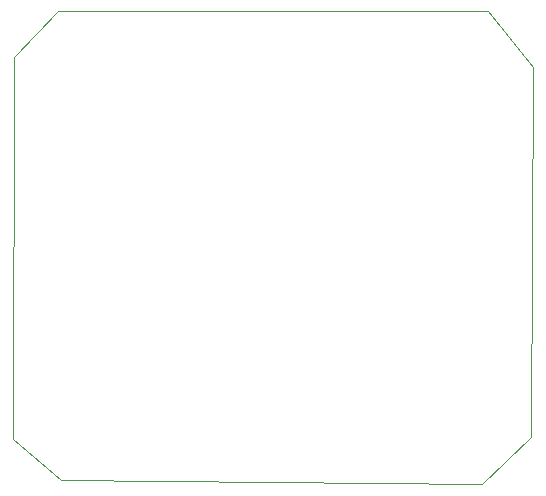
<source format=gbr>
%TF.GenerationSoftware,KiCad,Pcbnew,7.0.11*%
%TF.CreationDate,2024-12-27T12:08:24+01:00*%
%TF.ProjectId,Esp32 dev board,45737033-3220-4646-9576-20626f617264,rev?*%
%TF.SameCoordinates,Original*%
%TF.FileFunction,Profile,NP*%
%FSLAX46Y46*%
G04 Gerber Fmt 4.6, Leading zero omitted, Abs format (unit mm)*
G04 Created by KiCad (PCBNEW 7.0.11) date 2024-12-27 12:08:24*
%MOMM*%
%LPD*%
G01*
G04 APERTURE LIST*
%TA.AperFunction,Profile*%
%ADD10C,0.050000*%
%TD*%
G04 APERTURE END LIST*
D10*
X223900000Y-80000000D02*
X228000000Y-76000000D01*
X184300000Y-43900000D02*
X188000000Y-40000000D01*
X188200000Y-79700000D02*
X184200000Y-76200000D01*
X224400000Y-40000000D02*
X228200000Y-44700000D01*
X184300000Y-43900000D02*
X184200000Y-76200000D01*
X188000000Y-40000000D02*
X224400000Y-40000000D01*
X188200000Y-79700000D02*
X223900000Y-80000000D01*
X228200000Y-44700000D02*
X228000000Y-76000000D01*
M02*

</source>
